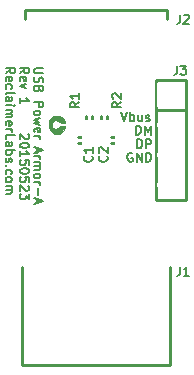
<source format=gto>
G04 #@! TF.FileFunction,Legend,Top*
%FSLAX45Y45*%
G04 Gerber Fmt 4.5, Leading zero omitted, Abs format (unit mm)*
G04 Created by KiCad (PCBNEW (after 2015-may-01 BZR unknown)-product) date 5/23/2015 03:28:49*
%MOMM*%
G01*
G04 APERTURE LIST*
%ADD10C,0.254000*%
%ADD11C,0.152400*%
%ADD12C,0.100000*%
%ADD13R,1.104800X1.054800*%
%ADD14R,2.336800X2.032000*%
%ADD15O,2.336800X2.032000*%
%ADD16R,1.054800X1.104800*%
%ADD17R,1.304800X3.104800*%
%ADD18C,2.604800*%
%ADD19R,1.397000X2.286000*%
%ADD20C,1.404800*%
%ADD21O,1.804800X3.804800*%
G04 APERTURE END LIST*
D10*
D11*
X8808049Y-8482843D02*
X8746363Y-8482843D01*
X8739106Y-8486471D01*
X8735477Y-8490100D01*
X8731849Y-8497357D01*
X8731849Y-8511871D01*
X8735477Y-8519129D01*
X8739106Y-8522757D01*
X8746363Y-8526386D01*
X8808049Y-8526386D01*
X8735477Y-8559043D02*
X8731849Y-8569929D01*
X8731849Y-8588072D01*
X8735477Y-8595329D01*
X8739106Y-8598957D01*
X8746363Y-8602586D01*
X8753620Y-8602586D01*
X8760877Y-8598957D01*
X8764506Y-8595329D01*
X8768134Y-8588072D01*
X8771763Y-8573557D01*
X8775391Y-8566300D01*
X8779020Y-8562672D01*
X8786277Y-8559043D01*
X8793534Y-8559043D01*
X8800791Y-8562672D01*
X8804420Y-8566300D01*
X8808049Y-8573557D01*
X8808049Y-8591700D01*
X8804420Y-8602586D01*
X8771763Y-8660643D02*
X8768134Y-8671529D01*
X8764506Y-8675157D01*
X8757249Y-8678786D01*
X8746363Y-8678786D01*
X8739106Y-8675157D01*
X8735477Y-8671529D01*
X8731849Y-8664271D01*
X8731849Y-8635243D01*
X8808049Y-8635243D01*
X8808049Y-8660643D01*
X8804420Y-8667900D01*
X8800791Y-8671529D01*
X8793534Y-8675157D01*
X8786277Y-8675157D01*
X8779020Y-8671529D01*
X8775391Y-8667900D01*
X8771763Y-8660643D01*
X8771763Y-8635243D01*
X8731849Y-8769500D02*
X8808049Y-8769500D01*
X8808049Y-8798529D01*
X8804420Y-8805786D01*
X8800791Y-8809414D01*
X8793534Y-8813043D01*
X8782649Y-8813043D01*
X8775391Y-8809414D01*
X8771763Y-8805786D01*
X8768134Y-8798529D01*
X8768134Y-8769500D01*
X8731849Y-8856586D02*
X8735477Y-8849329D01*
X8739106Y-8845700D01*
X8746363Y-8842071D01*
X8768134Y-8842071D01*
X8775391Y-8845700D01*
X8779020Y-8849329D01*
X8782649Y-8856586D01*
X8782649Y-8867471D01*
X8779020Y-8874729D01*
X8775391Y-8878357D01*
X8768134Y-8881986D01*
X8746363Y-8881986D01*
X8739106Y-8878357D01*
X8735477Y-8874729D01*
X8731849Y-8867471D01*
X8731849Y-8856586D01*
X8782649Y-8907386D02*
X8731849Y-8921900D01*
X8768134Y-8936414D01*
X8731849Y-8950929D01*
X8782649Y-8965443D01*
X8735477Y-9023500D02*
X8731849Y-9016243D01*
X8731849Y-9001729D01*
X8735477Y-8994472D01*
X8742734Y-8990843D01*
X8771763Y-8990843D01*
X8779020Y-8994472D01*
X8782649Y-9001729D01*
X8782649Y-9016243D01*
X8779020Y-9023500D01*
X8771763Y-9027129D01*
X8764506Y-9027129D01*
X8757249Y-8990843D01*
X8731849Y-9059786D02*
X8782649Y-9059786D01*
X8768134Y-9059786D02*
X8775391Y-9063414D01*
X8779020Y-9067043D01*
X8782649Y-9074300D01*
X8782649Y-9081557D01*
X8753620Y-9161386D02*
X8753620Y-9197671D01*
X8731849Y-9154129D02*
X8808049Y-9179529D01*
X8731849Y-9204929D01*
X8731849Y-9230329D02*
X8782649Y-9230329D01*
X8768134Y-9230329D02*
X8775391Y-9233957D01*
X8779020Y-9237586D01*
X8782649Y-9244843D01*
X8782649Y-9252100D01*
X8731849Y-9277500D02*
X8782649Y-9277500D01*
X8775391Y-9277500D02*
X8779020Y-9281129D01*
X8782649Y-9288386D01*
X8782649Y-9299271D01*
X8779020Y-9306529D01*
X8771763Y-9310157D01*
X8731849Y-9310157D01*
X8771763Y-9310157D02*
X8779020Y-9313786D01*
X8782649Y-9321043D01*
X8782649Y-9331929D01*
X8779020Y-9339186D01*
X8771763Y-9342814D01*
X8731849Y-9342814D01*
X8731849Y-9389986D02*
X8735477Y-9382729D01*
X8739106Y-9379100D01*
X8746363Y-9375471D01*
X8768134Y-9375471D01*
X8775391Y-9379100D01*
X8779020Y-9382729D01*
X8782649Y-9389986D01*
X8782649Y-9400871D01*
X8779020Y-9408129D01*
X8775391Y-9411757D01*
X8768134Y-9415386D01*
X8746363Y-9415386D01*
X8739106Y-9411757D01*
X8735477Y-9408129D01*
X8731849Y-9400871D01*
X8731849Y-9389986D01*
X8731849Y-9448043D02*
X8782649Y-9448043D01*
X8768134Y-9448043D02*
X8775391Y-9451671D01*
X8779020Y-9455300D01*
X8782649Y-9462557D01*
X8782649Y-9469814D01*
X8760877Y-9495214D02*
X8760877Y-9553271D01*
X8753620Y-9585929D02*
X8753620Y-9622214D01*
X8731849Y-9578671D02*
X8808049Y-9604071D01*
X8731849Y-9629471D01*
X8609929Y-8526386D02*
X8646214Y-8500986D01*
X8609929Y-8482843D02*
X8686129Y-8482843D01*
X8686129Y-8511871D01*
X8682500Y-8519129D01*
X8678871Y-8522757D01*
X8671614Y-8526386D01*
X8660729Y-8526386D01*
X8653471Y-8522757D01*
X8649843Y-8519129D01*
X8646214Y-8511871D01*
X8646214Y-8482843D01*
X8613557Y-8588071D02*
X8609929Y-8580814D01*
X8609929Y-8566300D01*
X8613557Y-8559043D01*
X8620814Y-8555414D01*
X8649843Y-8555414D01*
X8657100Y-8559043D01*
X8660729Y-8566300D01*
X8660729Y-8580814D01*
X8657100Y-8588071D01*
X8649843Y-8591700D01*
X8642586Y-8591700D01*
X8635329Y-8555414D01*
X8660729Y-8617100D02*
X8609929Y-8635243D01*
X8660729Y-8653386D01*
X8609929Y-8780386D02*
X8609929Y-8736843D01*
X8609929Y-8758614D02*
X8686129Y-8758614D01*
X8675243Y-8751357D01*
X8667986Y-8744100D01*
X8664357Y-8736843D01*
X8678871Y-9041643D02*
X8682500Y-9045271D01*
X8686129Y-9052528D01*
X8686129Y-9070671D01*
X8682500Y-9077928D01*
X8678871Y-9081557D01*
X8671614Y-9085185D01*
X8664357Y-9085185D01*
X8653471Y-9081557D01*
X8609929Y-9038014D01*
X8609929Y-9085185D01*
X8686129Y-9132357D02*
X8686129Y-9139614D01*
X8682500Y-9146871D01*
X8678871Y-9150500D01*
X8671614Y-9154128D01*
X8657100Y-9157757D01*
X8638957Y-9157757D01*
X8624443Y-9154128D01*
X8617186Y-9150500D01*
X8613557Y-9146871D01*
X8609929Y-9139614D01*
X8609929Y-9132357D01*
X8613557Y-9125100D01*
X8617186Y-9121471D01*
X8624443Y-9117843D01*
X8638957Y-9114214D01*
X8657100Y-9114214D01*
X8671614Y-9117843D01*
X8678871Y-9121471D01*
X8682500Y-9125100D01*
X8686129Y-9132357D01*
X8609929Y-9230328D02*
X8609929Y-9186785D01*
X8609929Y-9208557D02*
X8686129Y-9208557D01*
X8675243Y-9201300D01*
X8667986Y-9194043D01*
X8664357Y-9186785D01*
X8686129Y-9299271D02*
X8686129Y-9262985D01*
X8649843Y-9259357D01*
X8653471Y-9262985D01*
X8657100Y-9270243D01*
X8657100Y-9288385D01*
X8653471Y-9295643D01*
X8649843Y-9299271D01*
X8642586Y-9302900D01*
X8624443Y-9302900D01*
X8617186Y-9299271D01*
X8613557Y-9295643D01*
X8609929Y-9288385D01*
X8609929Y-9270243D01*
X8613557Y-9262985D01*
X8617186Y-9259357D01*
X8686129Y-9350071D02*
X8686129Y-9357328D01*
X8682500Y-9364585D01*
X8678871Y-9368214D01*
X8671614Y-9371843D01*
X8657100Y-9375471D01*
X8638957Y-9375471D01*
X8624443Y-9371843D01*
X8617186Y-9368214D01*
X8613557Y-9364585D01*
X8609929Y-9357328D01*
X8609929Y-9350071D01*
X8613557Y-9342814D01*
X8617186Y-9339185D01*
X8624443Y-9335557D01*
X8638957Y-9331928D01*
X8657100Y-9331928D01*
X8671614Y-9335557D01*
X8678871Y-9339185D01*
X8682500Y-9342814D01*
X8686129Y-9350071D01*
X8686129Y-9444414D02*
X8686129Y-9408128D01*
X8649843Y-9404500D01*
X8653471Y-9408128D01*
X8657100Y-9415385D01*
X8657100Y-9433528D01*
X8653471Y-9440785D01*
X8649843Y-9444414D01*
X8642586Y-9448042D01*
X8624443Y-9448042D01*
X8617186Y-9444414D01*
X8613557Y-9440785D01*
X8609929Y-9433528D01*
X8609929Y-9415385D01*
X8613557Y-9408128D01*
X8617186Y-9404500D01*
X8678871Y-9477071D02*
X8682500Y-9480700D01*
X8686129Y-9487957D01*
X8686129Y-9506100D01*
X8682500Y-9513357D01*
X8678871Y-9516985D01*
X8671614Y-9520614D01*
X8664357Y-9520614D01*
X8653471Y-9516985D01*
X8609929Y-9473442D01*
X8609929Y-9520614D01*
X8686129Y-9546014D02*
X8686129Y-9593185D01*
X8657100Y-9567785D01*
X8657100Y-9578671D01*
X8653471Y-9585928D01*
X8649843Y-9589557D01*
X8642586Y-9593185D01*
X8624443Y-9593185D01*
X8617186Y-9589557D01*
X8613557Y-9585928D01*
X8609929Y-9578671D01*
X8609929Y-9556900D01*
X8613557Y-9549642D01*
X8617186Y-9546014D01*
X8488009Y-8526386D02*
X8524294Y-8500986D01*
X8488009Y-8482843D02*
X8564209Y-8482843D01*
X8564209Y-8511871D01*
X8560580Y-8519129D01*
X8556951Y-8522757D01*
X8549694Y-8526386D01*
X8538809Y-8526386D01*
X8531551Y-8522757D01*
X8527923Y-8519129D01*
X8524294Y-8511871D01*
X8524294Y-8482843D01*
X8491637Y-8588071D02*
X8488009Y-8580814D01*
X8488009Y-8566300D01*
X8491637Y-8559043D01*
X8498894Y-8555414D01*
X8527923Y-8555414D01*
X8535180Y-8559043D01*
X8538809Y-8566300D01*
X8538809Y-8580814D01*
X8535180Y-8588071D01*
X8527923Y-8591700D01*
X8520666Y-8591700D01*
X8513409Y-8555414D01*
X8491637Y-8657014D02*
X8488009Y-8649757D01*
X8488009Y-8635243D01*
X8491637Y-8627986D01*
X8495266Y-8624357D01*
X8502523Y-8620729D01*
X8524294Y-8620729D01*
X8531551Y-8624357D01*
X8535180Y-8627986D01*
X8538809Y-8635243D01*
X8538809Y-8649757D01*
X8535180Y-8657014D01*
X8488009Y-8700557D02*
X8491637Y-8693300D01*
X8498894Y-8689672D01*
X8564209Y-8689672D01*
X8488009Y-8762243D02*
X8527923Y-8762243D01*
X8535180Y-8758614D01*
X8538809Y-8751357D01*
X8538809Y-8736843D01*
X8535180Y-8729586D01*
X8491637Y-8762243D02*
X8488009Y-8754986D01*
X8488009Y-8736843D01*
X8491637Y-8729586D01*
X8498894Y-8725957D01*
X8506151Y-8725957D01*
X8513409Y-8729586D01*
X8517037Y-8736843D01*
X8517037Y-8754986D01*
X8520666Y-8762243D01*
X8488009Y-8798529D02*
X8538809Y-8798529D01*
X8564209Y-8798529D02*
X8560580Y-8794900D01*
X8556951Y-8798529D01*
X8560580Y-8802157D01*
X8564209Y-8798529D01*
X8556951Y-8798529D01*
X8488009Y-8834814D02*
X8538809Y-8834814D01*
X8531551Y-8834814D02*
X8535180Y-8838443D01*
X8538809Y-8845700D01*
X8538809Y-8856586D01*
X8535180Y-8863843D01*
X8527923Y-8867472D01*
X8488009Y-8867472D01*
X8527923Y-8867472D02*
X8535180Y-8871100D01*
X8538809Y-8878357D01*
X8538809Y-8889243D01*
X8535180Y-8896500D01*
X8527923Y-8900129D01*
X8488009Y-8900129D01*
X8491637Y-8965443D02*
X8488009Y-8958186D01*
X8488009Y-8943672D01*
X8491637Y-8936414D01*
X8498894Y-8932786D01*
X8527923Y-8932786D01*
X8535180Y-8936414D01*
X8538809Y-8943672D01*
X8538809Y-8958186D01*
X8535180Y-8965443D01*
X8527923Y-8969072D01*
X8520666Y-8969072D01*
X8513409Y-8932786D01*
X8488009Y-9001729D02*
X8538809Y-9001729D01*
X8524294Y-9001729D02*
X8531551Y-9005357D01*
X8535180Y-9008986D01*
X8538809Y-9016243D01*
X8538809Y-9023500D01*
X8488009Y-9085186D02*
X8488009Y-9048900D01*
X8564209Y-9048900D01*
X8488009Y-9143243D02*
X8527923Y-9143243D01*
X8535180Y-9139614D01*
X8538809Y-9132357D01*
X8538809Y-9117843D01*
X8535180Y-9110586D01*
X8491637Y-9143243D02*
X8488009Y-9135986D01*
X8488009Y-9117843D01*
X8491637Y-9110586D01*
X8498894Y-9106957D01*
X8506151Y-9106957D01*
X8513409Y-9110586D01*
X8517037Y-9117843D01*
X8517037Y-9135986D01*
X8520666Y-9143243D01*
X8488009Y-9179529D02*
X8564209Y-9179529D01*
X8535180Y-9179529D02*
X8538809Y-9186786D01*
X8538809Y-9201300D01*
X8535180Y-9208557D01*
X8531551Y-9212186D01*
X8524294Y-9215814D01*
X8502523Y-9215814D01*
X8495266Y-9212186D01*
X8491637Y-9208557D01*
X8488009Y-9201300D01*
X8488009Y-9186786D01*
X8491637Y-9179529D01*
X8491637Y-9244843D02*
X8488009Y-9252100D01*
X8488009Y-9266614D01*
X8491637Y-9273872D01*
X8498894Y-9277500D01*
X8502523Y-9277500D01*
X8509780Y-9273872D01*
X8513409Y-9266614D01*
X8513409Y-9255729D01*
X8517037Y-9248472D01*
X8524294Y-9244843D01*
X8527923Y-9244843D01*
X8535180Y-9248472D01*
X8538809Y-9255729D01*
X8538809Y-9266614D01*
X8535180Y-9273872D01*
X8495266Y-9310157D02*
X8491637Y-9313786D01*
X8488009Y-9310157D01*
X8491637Y-9306529D01*
X8495266Y-9310157D01*
X8488009Y-9310157D01*
X8491637Y-9379100D02*
X8488009Y-9371843D01*
X8488009Y-9357329D01*
X8491637Y-9350072D01*
X8495266Y-9346443D01*
X8502523Y-9342814D01*
X8524294Y-9342814D01*
X8531551Y-9346443D01*
X8535180Y-9350072D01*
X8538809Y-9357329D01*
X8538809Y-9371843D01*
X8535180Y-9379100D01*
X8488009Y-9422643D02*
X8491637Y-9415386D01*
X8495266Y-9411757D01*
X8502523Y-9408129D01*
X8524294Y-9408129D01*
X8531551Y-9411757D01*
X8535180Y-9415386D01*
X8538809Y-9422643D01*
X8538809Y-9433529D01*
X8535180Y-9440786D01*
X8531551Y-9444414D01*
X8524294Y-9448043D01*
X8502523Y-9448043D01*
X8495266Y-9444414D01*
X8491637Y-9440786D01*
X8488009Y-9433529D01*
X8488009Y-9422643D01*
X8488009Y-9480700D02*
X8538809Y-9480700D01*
X8531551Y-9480700D02*
X8535180Y-9484329D01*
X8538809Y-9491586D01*
X8538809Y-9502472D01*
X8535180Y-9509729D01*
X8527923Y-9513357D01*
X8488009Y-9513357D01*
X8527923Y-9513357D02*
X8535180Y-9516986D01*
X8538809Y-9524243D01*
X8538809Y-9535129D01*
X8535180Y-9542386D01*
X8527923Y-9546014D01*
X8488009Y-9546014D01*
X9562429Y-9201300D02*
X9555171Y-9197671D01*
X9544286Y-9197671D01*
X9533400Y-9201300D01*
X9526143Y-9208557D01*
X9522514Y-9215814D01*
X9518886Y-9230329D01*
X9518886Y-9241214D01*
X9522514Y-9255729D01*
X9526143Y-9262986D01*
X9533400Y-9270243D01*
X9544286Y-9273871D01*
X9551543Y-9273871D01*
X9562429Y-9270243D01*
X9566057Y-9266614D01*
X9566057Y-9241214D01*
X9551543Y-9241214D01*
X9598714Y-9273871D02*
X9598714Y-9197671D01*
X9642257Y-9273871D01*
X9642257Y-9197671D01*
X9678543Y-9273871D02*
X9678543Y-9197671D01*
X9696686Y-9197671D01*
X9707571Y-9201300D01*
X9714829Y-9208557D01*
X9718457Y-9215814D01*
X9722086Y-9230329D01*
X9722086Y-9241214D01*
X9718457Y-9255729D01*
X9714829Y-9262986D01*
X9707571Y-9270243D01*
X9696686Y-9273871D01*
X9678543Y-9273871D01*
X9602343Y-9159571D02*
X9602343Y-9083371D01*
X9620486Y-9083371D01*
X9631371Y-9087000D01*
X9638629Y-9094257D01*
X9642257Y-9101514D01*
X9645886Y-9116029D01*
X9645886Y-9126914D01*
X9642257Y-9141429D01*
X9638629Y-9148686D01*
X9631371Y-9155943D01*
X9620486Y-9159571D01*
X9602343Y-9159571D01*
X9678543Y-9159571D02*
X9678543Y-9083371D01*
X9707571Y-9083371D01*
X9714829Y-9087000D01*
X9718457Y-9090629D01*
X9722086Y-9097886D01*
X9722086Y-9108771D01*
X9718457Y-9116029D01*
X9714829Y-9119657D01*
X9707571Y-9123286D01*
X9678543Y-9123286D01*
X9591457Y-9045271D02*
X9591457Y-8969071D01*
X9609600Y-8969071D01*
X9620486Y-8972700D01*
X9627743Y-8979957D01*
X9631371Y-8987214D01*
X9635000Y-9001729D01*
X9635000Y-9012614D01*
X9631371Y-9027129D01*
X9627743Y-9034386D01*
X9620486Y-9041643D01*
X9609600Y-9045271D01*
X9591457Y-9045271D01*
X9667657Y-9045271D02*
X9667657Y-8969071D01*
X9693057Y-9023500D01*
X9718457Y-8969071D01*
X9718457Y-9045271D01*
X9466271Y-8854771D02*
X9491671Y-8930971D01*
X9517071Y-8854771D01*
X9542471Y-8930971D02*
X9542471Y-8854771D01*
X9542471Y-8883800D02*
X9549729Y-8880171D01*
X9564243Y-8880171D01*
X9571500Y-8883800D01*
X9575129Y-8887429D01*
X9578757Y-8894686D01*
X9578757Y-8916457D01*
X9575129Y-8923714D01*
X9571500Y-8927343D01*
X9564243Y-8930971D01*
X9549729Y-8930971D01*
X9542471Y-8927343D01*
X9644071Y-8880171D02*
X9644071Y-8930971D01*
X9611414Y-8880171D02*
X9611414Y-8920086D01*
X9615043Y-8927343D01*
X9622300Y-8930971D01*
X9633186Y-8930971D01*
X9640443Y-8927343D01*
X9644071Y-8923714D01*
X9676729Y-8927343D02*
X9683986Y-8930971D01*
X9698500Y-8930971D01*
X9705757Y-8927343D01*
X9709386Y-8920086D01*
X9709386Y-8916457D01*
X9705757Y-8909200D01*
X9698500Y-8905571D01*
X9687614Y-8905571D01*
X9680357Y-8901943D01*
X9676729Y-8894686D01*
X9676729Y-8891057D01*
X9680357Y-8883800D01*
X9687614Y-8880171D01*
X9698500Y-8880171D01*
X9705757Y-8883800D01*
D10*
X9127000Y-9061600D02*
X9101600Y-9061600D01*
X9127000Y-9112400D02*
X9101600Y-9112400D01*
X9381000Y-9112400D02*
X9406400Y-9112400D01*
X9381000Y-9061600D02*
X9406400Y-9061600D01*
X9762000Y-8579000D02*
X10016000Y-8579000D01*
X10016000Y-8579000D02*
X10016000Y-8833000D01*
X10016000Y-8833000D02*
X9762000Y-8833000D01*
X9762000Y-8833000D02*
X9762000Y-8579000D01*
X9762000Y-8579000D02*
X9762000Y-8833000D01*
X9762000Y-8833000D02*
X9762000Y-9595000D01*
X9762000Y-9595000D02*
X10016000Y-9595000D01*
X10016000Y-9595000D02*
X10016000Y-8833000D01*
X9165100Y-8883800D02*
X9165100Y-8909200D01*
X9215900Y-8883800D02*
X9215900Y-8909200D01*
X9292100Y-8883800D02*
X9292100Y-8909200D01*
X9342900Y-8883800D02*
X9342900Y-8909200D01*
X9879000Y-10992000D02*
X9879000Y-10162000D01*
X8629000Y-10992000D02*
X8629000Y-10162000D01*
X9879000Y-10992000D02*
X8629000Y-10992000D01*
X8654000Y-7992000D02*
X8654000Y-8067000D01*
X9854000Y-7992000D02*
X9854000Y-8067000D01*
X8654000Y-7992000D02*
X9854000Y-7992000D01*
D12*
G36*
X8895474Y-9036597D02*
X8875347Y-9014395D01*
X8855220Y-8992193D01*
X8855220Y-8960424D01*
X8855220Y-8928655D01*
X8875347Y-8906029D01*
X8895475Y-8883403D01*
X8923946Y-8883403D01*
X8952416Y-8883403D01*
X8972398Y-8906030D01*
X8992380Y-8928656D01*
X8992378Y-8935934D01*
X8992376Y-8943212D01*
X8987483Y-8946129D01*
X8982591Y-8949046D01*
X8969283Y-8949046D01*
X8955976Y-8949046D01*
X8930684Y-8933131D01*
X8905392Y-8917216D01*
X8904685Y-8917951D01*
X8904555Y-8918087D01*
X8904322Y-8918332D01*
X8903992Y-8918679D01*
X8903571Y-8919123D01*
X8903065Y-8919656D01*
X8902480Y-8920272D01*
X8901823Y-8920965D01*
X8901100Y-8921729D01*
X8900316Y-8922556D01*
X8899477Y-8923441D01*
X8898590Y-8924377D01*
X8897662Y-8925358D01*
X8896696Y-8926377D01*
X8895701Y-8927427D01*
X8894682Y-8928503D01*
X8894442Y-8928757D01*
X8884906Y-8938829D01*
X8884906Y-8960437D01*
X8884906Y-8982044D01*
X8893935Y-8991566D01*
X8894941Y-8992628D01*
X8895931Y-8993671D01*
X8896897Y-8994690D01*
X8897833Y-8995677D01*
X8898732Y-8996626D01*
X8899587Y-8997528D01*
X8900392Y-8998377D01*
X8901140Y-8999165D01*
X8901823Y-8999886D01*
X8902436Y-9000533D01*
X8902972Y-9001098D01*
X8903423Y-9001575D01*
X8903784Y-9001955D01*
X8904046Y-9002232D01*
X8904171Y-9002364D01*
X8905378Y-9003639D01*
X8930677Y-8987296D01*
X8955976Y-8970954D01*
X8969282Y-8970954D01*
X8982587Y-8970954D01*
X8987484Y-8974301D01*
X8992380Y-8977648D01*
X8992380Y-8984920D01*
X8992380Y-8992191D01*
X8972398Y-9014394D01*
X8952415Y-9036597D01*
X8923945Y-9036597D01*
X8895474Y-9036597D01*
X8895474Y-9036597D01*
X8895474Y-9036597D01*
G37*
X8895474Y-9036597D02*
X8875347Y-9014395D01*
X8855220Y-8992193D01*
X8855220Y-8960424D01*
X8855220Y-8928655D01*
X8875347Y-8906029D01*
X8895475Y-8883403D01*
X8923946Y-8883403D01*
X8952416Y-8883403D01*
X8972398Y-8906030D01*
X8992380Y-8928656D01*
X8992378Y-8935934D01*
X8992376Y-8943212D01*
X8987483Y-8946129D01*
X8982591Y-8949046D01*
X8969283Y-8949046D01*
X8955976Y-8949046D01*
X8930684Y-8933131D01*
X8905392Y-8917216D01*
X8904685Y-8917951D01*
X8904555Y-8918087D01*
X8904322Y-8918332D01*
X8903992Y-8918679D01*
X8903571Y-8919123D01*
X8903065Y-8919656D01*
X8902480Y-8920272D01*
X8901823Y-8920965D01*
X8901100Y-8921729D01*
X8900316Y-8922556D01*
X8899477Y-8923441D01*
X8898590Y-8924377D01*
X8897662Y-8925358D01*
X8896696Y-8926377D01*
X8895701Y-8927427D01*
X8894682Y-8928503D01*
X8894442Y-8928757D01*
X8884906Y-8938829D01*
X8884906Y-8960437D01*
X8884906Y-8982044D01*
X8893935Y-8991566D01*
X8894941Y-8992628D01*
X8895931Y-8993671D01*
X8896897Y-8994690D01*
X8897833Y-8995677D01*
X8898732Y-8996626D01*
X8899587Y-8997528D01*
X8900392Y-8998377D01*
X8901140Y-8999165D01*
X8901823Y-8999886D01*
X8902436Y-9000533D01*
X8902972Y-9001098D01*
X8903423Y-9001575D01*
X8903784Y-9001955D01*
X8904046Y-9002232D01*
X8904171Y-9002364D01*
X8905378Y-9003639D01*
X8930677Y-8987296D01*
X8955976Y-8970954D01*
X8969282Y-8970954D01*
X8982587Y-8970954D01*
X8987484Y-8974301D01*
X8992380Y-8977648D01*
X8992380Y-8984920D01*
X8992380Y-8992191D01*
X8972398Y-9014394D01*
X8952415Y-9036597D01*
X8923945Y-9036597D01*
X8895474Y-9036597D01*
X8895474Y-9036597D01*
D11*
X9217714Y-9226700D02*
X9221343Y-9230329D01*
X9224971Y-9241214D01*
X9224971Y-9248471D01*
X9221343Y-9259357D01*
X9214086Y-9266614D01*
X9206829Y-9270243D01*
X9192314Y-9273871D01*
X9181429Y-9273871D01*
X9166914Y-9270243D01*
X9159657Y-9266614D01*
X9152400Y-9259357D01*
X9148771Y-9248471D01*
X9148771Y-9241214D01*
X9152400Y-9230329D01*
X9156029Y-9226700D01*
X9224971Y-9154129D02*
X9224971Y-9197671D01*
X9224971Y-9175900D02*
X9148771Y-9175900D01*
X9159657Y-9183157D01*
X9166914Y-9190414D01*
X9170543Y-9197671D01*
X9344714Y-9226700D02*
X9348343Y-9230329D01*
X9351971Y-9241214D01*
X9351971Y-9248471D01*
X9348343Y-9259357D01*
X9341086Y-9266614D01*
X9333829Y-9270243D01*
X9319314Y-9273871D01*
X9308429Y-9273871D01*
X9293914Y-9270243D01*
X9286657Y-9266614D01*
X9279400Y-9259357D01*
X9275771Y-9248471D01*
X9275771Y-9241214D01*
X9279400Y-9230329D01*
X9283029Y-9226700D01*
X9283029Y-9197671D02*
X9279400Y-9194043D01*
X9275771Y-9186786D01*
X9275771Y-9168643D01*
X9279400Y-9161386D01*
X9283029Y-9157757D01*
X9290286Y-9154129D01*
X9297543Y-9154129D01*
X9308429Y-9157757D01*
X9351971Y-9201300D01*
X9351971Y-9154129D01*
X9939800Y-8461071D02*
X9939800Y-8515500D01*
X9936172Y-8526386D01*
X9928914Y-8533643D01*
X9918029Y-8537271D01*
X9910772Y-8537271D01*
X9968829Y-8461071D02*
X10016000Y-8461071D01*
X9990600Y-8490100D01*
X10001486Y-8490100D01*
X10008743Y-8493729D01*
X10012372Y-8497357D01*
X10016000Y-8504614D01*
X10016000Y-8522757D01*
X10012372Y-8530014D01*
X10008743Y-8533643D01*
X10001486Y-8537271D01*
X9979714Y-8537271D01*
X9972457Y-8533643D01*
X9968829Y-8530014D01*
X9110671Y-8769500D02*
X9074386Y-8794900D01*
X9110671Y-8813043D02*
X9034471Y-8813043D01*
X9034471Y-8784014D01*
X9038100Y-8776757D01*
X9041729Y-8773129D01*
X9048986Y-8769500D01*
X9059871Y-8769500D01*
X9067129Y-8773129D01*
X9070757Y-8776757D01*
X9074386Y-8784014D01*
X9074386Y-8813043D01*
X9110671Y-8696929D02*
X9110671Y-8740471D01*
X9110671Y-8718700D02*
X9034471Y-8718700D01*
X9045357Y-8725957D01*
X9052614Y-8733214D01*
X9056243Y-8740471D01*
X9466271Y-8769500D02*
X9429986Y-8794900D01*
X9466271Y-8813043D02*
X9390071Y-8813043D01*
X9390071Y-8784014D01*
X9393700Y-8776757D01*
X9397329Y-8773129D01*
X9404586Y-8769500D01*
X9415471Y-8769500D01*
X9422729Y-8773129D01*
X9426357Y-8776757D01*
X9429986Y-8784014D01*
X9429986Y-8813043D01*
X9397329Y-8740471D02*
X9393700Y-8736843D01*
X9390071Y-8729586D01*
X9390071Y-8711443D01*
X9393700Y-8704186D01*
X9397329Y-8700557D01*
X9404586Y-8696929D01*
X9411843Y-8696929D01*
X9422729Y-8700557D01*
X9466271Y-8744100D01*
X9466271Y-8696929D01*
X9965200Y-10162871D02*
X9965200Y-10217300D01*
X9961572Y-10228186D01*
X9954314Y-10235443D01*
X9943429Y-10239071D01*
X9936172Y-10239071D01*
X10041400Y-10239071D02*
X9997857Y-10239071D01*
X10019629Y-10239071D02*
X10019629Y-10162871D01*
X10012372Y-10173757D01*
X10005114Y-10181014D01*
X9997857Y-10184643D01*
X9965200Y-8029271D02*
X9965200Y-8083700D01*
X9961572Y-8094586D01*
X9954314Y-8101843D01*
X9943429Y-8105471D01*
X9936172Y-8105471D01*
X9997857Y-8036529D02*
X10001486Y-8032900D01*
X10008743Y-8029271D01*
X10026886Y-8029271D01*
X10034143Y-8032900D01*
X10037772Y-8036529D01*
X10041400Y-8043786D01*
X10041400Y-8051043D01*
X10037772Y-8061929D01*
X9994229Y-8105471D01*
X10041400Y-8105471D01*
%LPC*%
D13*
X9189300Y-9087000D03*
X9039300Y-9087000D03*
X9318700Y-9087000D03*
X9468700Y-9087000D03*
D14*
X9889000Y-8706000D03*
D15*
X9889000Y-8960000D03*
X9889000Y-9214000D03*
X9889000Y-9468000D03*
D16*
X9190500Y-8821500D03*
X9190500Y-8971500D03*
X9317500Y-8821500D03*
X9317500Y-8971500D03*
D17*
X9604000Y-9572000D03*
X9354000Y-9572000D03*
X9154000Y-9572000D03*
X8904000Y-9572000D03*
D18*
X8597000Y-9962000D03*
X9911000Y-9962000D03*
D19*
X8904000Y-8517000D03*
X9154000Y-8517000D03*
X9354000Y-8517000D03*
X9604000Y-8517000D03*
D20*
X9484000Y-8267000D03*
X9024000Y-8267000D03*
D21*
X8669000Y-8267000D03*
X9839000Y-8267000D03*
M02*

</source>
